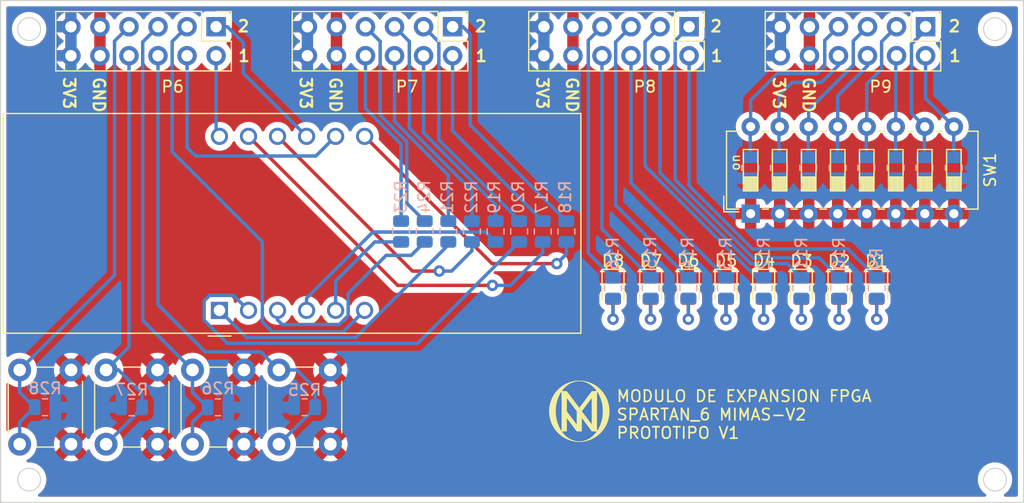
<source format=kicad_pcb>
(kicad_pcb (version 20221018) (generator pcbnew)
  (layers (0 "F.Cu" signal) (31 "B.Cu" signal) (34 "B.Paste" user) (35 "F.Paste" user) (36 "B.SilkS" user "B.Silkscreen") (37 "F.SilkS" user "F.Silkscreen") (38 "B.Mask" user) (39 "F.Mask" user) (44 "Edge.Cuts" user))
  (net 0 "")
  (net 1 "GND")
  (net 2 "Net-(D1-Pad2)")
  (net 3 "Net-(D2-Pad2)")
  (net 4 "Net-(D3-Pad2)")
  (net 5 "Net-(D4-Pad2)")
  (net 6 "Net-(D5-Pad2)")
  (net 7 "Net-(D6-Pad2)")
  (net 8 "Net-(D7-Pad2)")
  (net 9 "Net-(D8-Pad2)")
  (net 10 "/DISPLAY/1P6")
  (net 11 "/DISPLAY/2P6")
  (net 12 "/DISPLAY/3P6")
  (net 13 "/DISPLAY/4P6")
  (net 14 "/PIN_HEADER_8X4/5P6")
  (net 15 "/PIN_HEADER_8X4/6P6")
  (net 16 "/PIN_HEADER_8X4/7P6")
  (net 17 "/PIN_HEADER_8X4/8P6")
  (net 18 "+3V3")
  (net 19 "/DISPLAY/1P7")
  (net 20 "/DISPLAY/2P7")
  (net 21 "/DISPLAY/3P7")
  (net 22 "/DISPLAY/4P7")
  (net 23 "/DISPLAY/5P7")
  (net 24 "/DISPLAY/6P7")
  (net 25 "/DISPLAY/7P7")
  (net 26 "/DISPLAY/8P7")
  (net 27 "/LEDs/1P8")
  (net 28 "/LEDs/2P8")
  (net 29 "/LEDs/3P8")
  (net 30 "/LEDs/4P8")
  (net 31 "/LEDs/5P8")
  (net 32 "/LEDs/6P8")
  (net 33 "/LEDs/7P8")
  (net 34 "/LEDs/8P8")
  (net 35 "/DIP_SWITCH/1P9")
  (net 36 "/DIP_SWITCH/2P9")
  (net 37 "/DIP_SWITCH/3P9")
  (net 38 "/DIP_SWITCH/4P9")
  (net 39 "/DIP_SWITCH/5P9")
  (net 40 "/DIP_SWITCH/6P9")
  (net 41 "/DIP_SWITCH/7P9")
  (net 42 "/DIP_SWITCH/8P9")
  (net 43 "Net-(R17-Pad2)")
  (net 44 "Net-(R18-Pad2)")
  (net 45 "Net-(R19-Pad2)")
  (net 46 "Net-(R20-Pad2)")
  (net 47 "Net-(R21-Pad2)")
  (net 48 "Net-(R22-Pad2)")
  (net 49 "Net-(R23-Pad2)")
  (net 50 "Net-(R24-Pad2)")
  (footprint "LED_SMD:LED_0805_2012Metric" (layer "F.Cu") (at 133.55857 72.22 -90)
    (fp_text reference "D3")
    (fp_text value "LED" hide)
  )
  (footprint "Button_Switch_THT:SW_PUSH_6mm" (layer "F.Cu") (at 69.67 79.35 -90)
    (fp_text reference "SW5" hide)
    (fp_text value "SW_Push" hide)
  )
  (footprint "LED_SMD:LED_0805_2012Metric" (layer "F.Cu") (at 136.854284 72.22 -90)
    (fp_text reference "D2")
    (fp_text value "LED" hide)
  )
  (footprint "LED_SMD:LED_0805_2012Metric" (layer "F.Cu") (at 117.08 72.22 -90)
    (fp_text reference "D8")
    (fp_text value "LED" hide)
  )
  (footprint "Connector_PinHeader_2.54mm:PinHeader_2x06_P2.54mm_Vertical" (layer "F.Cu") (at 144.425 49.29 -90)
    (fp_text reference "J4" hide)
    (fp_text value "P9")
  )
  (footprint "LED_SMD:LED_0805_2012Metric" (layer "F.Cu") (at 140.15 72.22 -90)
    (fp_text reference "D1")
    (fp_text value "LED" hide)
  )
  (footprint "Connector_PinHeader_2.54mm:PinHeader_2x06_P2.54mm_Vertical" (layer "F.Cu") (at 103.045 49.29 -90)
    (fp_text reference "J2" hide)
    (fp_text value "P7")
  )
  (footprint "Button_Switch_THT:SW_DIP_SPSTx08_Slide_6.7x21.88mm_W7.62mm_P2.54mm_LowProfile" (layer "F.Cu") (at 129.12 65.6625 90)
    (fp_text reference "SW1")
    (fp_text value "SW_DIP_x08" hide)
  )
  (footprint "LED_SMD:LED_0805_2012Metric" (layer "F.Cu") (at 130.262856 72.22 -90)
    (fp_text reference "D4")
    (fp_text value "LED" hide)
  )
  (footprint "LED_SMD:LED_0805_2012Metric" (layer "F.Cu") (at 120.375714 72.22 -90)
    (fp_text reference "D7")
    (fp_text value "LED" hide)
  )
  (footprint "Button_Switch_THT:SW_PUSH_6mm" (layer "F.Cu") (at 92.35 79.35 -90)
    (fp_text reference "SW2" hide)
    (fp_text value "SW_Push" hide)
  )
  (footprint "LED_SMD:LED_0805_2012Metric" (layer "F.Cu") (at 126.967142 72.22 -90)
    (fp_text reference "D5")
    (fp_text value "LED" hide)
  )
  (footprint "wao:logo v2" (layer "F.Cu") (at 114.13 82.96)
    (fp_text reference "G***" hide)
    (fp_text value "LOGO" hide)
  )
  (footprint "Button_Switch_THT:SW_PUSH_6mm" (layer "F.Cu") (at 84.79 79.35 -90)
    (fp_text reference "SW3" hide)
    (fp_text value "SW_Push" hide)
  )
  (footprint "Button_Switch_THT:SW_PUSH_6mm" (layer "F.Cu") (at 77.23 79.35 -90)
    (fp_text reference "SW4" hide)
    (fp_text value "SW_Push" hide)
  )
  (footprint "Display_7Segment:CA56-12CGKWA" (layer "F.Cu") (at 82.65 74.13 90)
    (fp_text reference "U1" hide)
    (fp_text value "CA56-12CGKWA" hide)
  )
  (footprint "Connector_PinHeader_2.54mm:PinHeader_2x06_P2.54mm_Vertical" (layer "F.Cu") (at 123.735 49.29 -90)
    (fp_text reference "J3" hide)
    (fp_text value "P8")
  )
  (footprint "LED_SMD:LED_0805_2012Metric" (layer "F.Cu") (at 123.671428 72.22 -90)
    (fp_text reference "D6")
    (fp_text value "LED" hide)
  )
  (footprint "Connector_PinHeader_2.54mm:PinHeader_2x06_P2.54mm_Vertical" (layer "F.Cu") (at 82.355 49.29 -90)
    (fp_text reference "J1" hide)
    (fp_text value "P6")
  )
  (footprint "Resistor_SMD:R_0805_2012Metric" (layer "B.Cu") (at 98.54 67.2225 -90)
    (fp_text reference "R23")
    (fp_text value "1K" hide)
  )
  (footprint "Resistor_SMD:R_0805_2012Metric" (layer "B.Cu") (at 110.934284 67.2225 -90)
    (fp_text reference "R17")
    (fp_text value "1K" hide)
  )
  (footprint "Resistor_SMD:R_0805_2012Metric" (layer "B.Cu") (at 140.15 72.18 -90)
    (fp_text reference "R9")
    (fp_text value "2.2K" hide)
  )
  (footprint "Resistor_SMD:R_0805_2012Metric" (layer "B.Cu") (at 141.8 61.6425 90)
    (fp_text reference "R6" hide)
    (fp_text value "1K" hide)
  )
  (footprint "Resistor_SMD:R_0805_2012Metric" (layer "B.Cu") (at 134.16 61.6425 90)
    (fp_text reference "R3" hide)
    (fp_text value "1K" hide)
  )
  (footprint "Resistor_SMD:R_0805_2012Metric" (layer "B.Cu") (at 133.55857 72.18 -90)
    (fp_text reference "R11")
    (fp_text value "2.2K" hide)
  )
  (footprint "Resistor_SMD:R_0805_2012Metric" (layer "B.Cu") (at 67.39 82.61 180)
    (fp_text reference "R28")
    (fp_text value "1K" hide)
  )
  (footprint "Resistor_SMD:R_0805_2012Metric" (layer "B.Cu") (at 130.262856 72.18 -90)
    (fp_text reference "R12")
    (fp_text value "2.2K" hide)
  )
  (footprint "Resistor_SMD:R_0805_2012Metric" (layer "B.Cu") (at 129.08 61.6425 90)
    (fp_text reference "R1" hide)
    (fp_text value "1K" hide)
  )
  (footprint "Resistor_SMD:R_0805_2012Metric" (layer "B.Cu") (at 104.737142 67.2225 -90)
    (fp_text reference "R22")
    (fp_text value "1K" hide)
  )
  (footprint "Resistor_SMD:R_0805_2012Metric" (layer "B.Cu") (at 106.802856 67.2225 -90)
    (fp_text reference "R19")
    (fp_text value "1K" hide)
  )
  (footprint "Resistor_SMD:R_0805_2012Metric" (layer "B.Cu") (at 108.86857 67.2225 -90)
    (fp_text reference "R20")
    (fp_text value "1K" hide)
  )
  (footprint "Resistor_SMD:R_0805_2012Metric" (layer "B.Cu") (at 126.967142 72.18 -90)
    (fp_text reference "R13")
    (fp_text value "2.2K" hide)
  )
  (footprint "Resistor_SMD:R_0805_2012Metric" (layer "B.Cu") (at 144.32 61.6425 90)
    (fp_text reference "R7" hide)
    (fp_text value "1K" hide)
  )
  (footprint "Resistor_SMD:R_0805_2012Metric" (layer "B.Cu") (at 74.97 82.62)
    (fp_text reference "R27")
    (fp_text value "1K" hide)
  )
  (footprint "Resistor_SMD:R_0805_2012Metric" (layer "B.Cu") (at 100.605714 67.2225 -90)
    (fp_text reference "R24")
    (fp_text value "1K" hide)
  )
  (footprint "Resistor_SMD:R_0805_2012Metric" (layer "B.Cu") (at 123.671428 72.18 -90)
    (fp_text reference "R14")
    (fp_text value "2.2K" hide)
  )
  (footprint "Resistor_SMD:R_0805_2012Metric" (layer "B.Cu") (at 117.08 72.18 -90)
    (fp_text reference "R16")
    (fp_text value "2.2K" hide)
  )
  (footprint "Resistor_SMD:R_0805_2012Metric" (layer "B.Cu") (at 102.671428 67.2225 -90)
    (fp_text reference "R21")
    (fp_text value "1K" hide)
  )
  (footprint "Resistor_SMD:R_0805_2012Metric" (layer "B.Cu") (at 139.24 61.6425 90)
    (fp_text reference "R5" hide)
    (fp_text value "1K" hide)
  )
  (footprint "Resistor_SMD:R_0805_2012Metric" (layer "B.Cu") (at 131.6 61.6425 90)
    (fp_text reference "R2" hide)
    (fp_text value "1K" hide)
  )
  (footprint "Resistor_SMD:R_0805_2012Metric" (layer "B.Cu") (at 136.854284 72.18 -90)
    (fp_text reference "R10")
    (fp_text value "2.2K" hide)
  )
  (footprint "Resistor_SMD:R_0805_2012Metric" (layer "B.Cu") (at 120.375714 72.18 -90)
    (fp_text reference "R15")
    (fp_text value "2.2K" hide)
  )
  (footprint "Resistor_SMD:R_0805_2012Metric" (layer "B.Cu") (at 90.1 82.61)
    (fp_text reference "R25")
    (fp_text value "1K" hide)
  )
  (footprint "Resistor_SMD:R_0805_2012Metric" (layer "B.Cu") (at 82.5175 82.62 180)
    (fp_text reference "R26")
    (fp_text value "1K" hide)
  )
  (footprint "Resistor_SMD:R_0805_2012Metric" (layer "B.Cu") (at 113 67.2225 -90)
    (fp_text reference "R18")
    (fp_text value "1K" hide)
  )
  (footprint "Resistor_SMD:R_0805_2012Metric" (layer "B.Cu") (at 146.89 61.6425 90)
    (fp_text reference "R8" hide)
    (fp_text value "1K" hide)
  )
  (footprint "Resistor_SMD:R_0805_2012Metric" (layer "B.Cu") (at 136.73 61.6425 90)
    (fp_text reference "R4" hide)
    (fp_text value "1K" hide)
  )
  (gr_rect locked (start 63.5 47) (end 153 90.95) (stroke (width 0.1)) (fill none) (layer "Edge.Cuts"))
  (gr_circle locked (center 66 88.95) (end 66 87.95) (stroke (width 0.1)) (fill none) (layer "Edge.Cuts"))
  (gr_circle locked (center 150.5 88.95) (end 150.5 87.95) (stroke (width 0.1)) (fill none) (layer "Edge.Cuts"))
  (gr_circle locked (center 66 49.5) (end 66 48.5) (stroke (width 0.1)) (fill none) (layer "Edge.Cuts"))
  (gr_circle locked (center 150.5 49.5) (end 150.5 48.5) (stroke (width 0.1)) (fill none) (layer "Edge.Cuts"))
  (gr_text "3V3" (at 110.9 55.107143 270) (layer "F.SilkS") (effects (font (size 1 1) (thickness 0.2))))
  (gr_text "2" (at 146.95 49.25) (layer "F.SilkS") (effects (font (size 1 1) (thickness 0.2))))
  (gr_text "MODULO DE EXPANSION FPGA\nSPARTAN_6 MIMAS-V2\nPROTOTIPO V1" (at 117.31 85.45) (layer "F.SilkS") (effects (font (size 1 1)) (justify left bottom)))
  (gr_text "1" (at 147 51.85) (layer "F.SilkS") (effects (font (size 1 1) (thickness 0.2))))
  (gr_text "GND" (at 92.8 55.25 270) (layer "F.SilkS") (effects (font (size 1 1) (thickness 0.2))))
  (gr_text "GND" (at 113.5 55.25 270) (layer "F.SilkS") (effects (font (size 1 1) (thickness 0.2))))
  (gr_text "GND" (at 72.1 55.25 270) (layer "F.SilkS") (effects (font (size 1 1) (thickness 0.2))))
  (gr_text "3V3" (at 90.2 55.107143 270) (layer "F.SilkS") (effects (font (size 1 1) (thickness 0.2))))
  (gr_text "3V3" (at 131.6 55.107143 270) (layer "F.SilkS") (effects (font (size 1 1) (thickness 0.2))))
  (gr_text "2" (at 84.75 49.25) (layer "F.SilkS") (effects (font (size 1 1) (thickness 0.2))))
  (gr_text "1" (at 84.8 51.85) (layer "F.SilkS") (effects (font (size 1 1) (thickness 0.2))))
  (gr_text "1" (at 126.15 51.85) (layer "F.SilkS") (effects (font (size 1 1) (thickness 0.2))))
  (gr_text "2" (at 126.1 49.25) (layer "F.SilkS") (effects (font (size 1 1) (thickness 0.2))))
  (gr_text "3V3" (at 69.5 55.107143 270) (layer "F.SilkS") (effects (font (size 1 1) (thickness 0.2))))
  (gr_text "1" (at 105.55 51.85) (layer "F.SilkS") (effects (font (size 1 1) (thickness 0.2))))
  (gr_text "2" (at 105.5 49.25) (layer "F.SilkS") (effects (font (size 1 1) (thickness 0.2))))
  (gr_text "GND" (at 134.2 55.25 270) (layer "F.SilkS") (effects (font (size 1 1) (thickness 0.2))))
  (segment locked (start 140.15 73.1575) (end 140.15 74.9) (width 0.3) (layer "F.Cu") (net 2))
  (via locked (at 140.15 74.9) (size 1) (drill 0.5) (layers "F.Cu" "B.Cu") (net 2))
  (segment locked (start 140.15 74.9) (end 140.15 73.0925) (width 0.3) (layer "B.Cu") (net 2))
  (segment locked (start 136.86 73.163216) (end 136.854284 73.1575) (width 0.3) (layer "F.Cu") (net 3))
  (segment locked (start 136.86 74.9) (end 136.86 73.163216) (width 0.3) (layer "F.Cu") (net 3))
  (via locked (at 136.86 74.9) (size 1) (drill 0.5) (layers "F.Cu" "B.Cu") (net 3))
  (segment locked (start 136.854284 74.844284) (end 136.86 74.85) (width 0.3) (layer "B.Cu") (net 3))
  (segment locked (start 136.854284 73.0925) (end 136.854284 74.844284) (width 0.3) (layer "B.Cu") (net 3))
  (segment locked (start 133.55857 74.87857) (end 133.56 74.88) (width 0.3) (layer "F.Cu") (net 4))
  (segment locked (start 133.55857 73.1575) (end 133.55857 74.87857) (width 0.3) (layer "F.Cu") (net 4))
  (via locked (at 133.56 74.9) (size 1) (drill 0.5) (layers "F.Cu" "B.Cu") (net 4))
  (segment locked (start 133.56 73.09393) (end 133.55857 73.0925) (width 0.3) (layer "B.Cu") (net 4))
  (segment locked (start 133.56 74.9) (end 133.56 73.09393) (width 0.3) (layer "B.Cu") (net 4))
  (segment locked (start 130.262856 73.1575) (end 130.262856 74.897144) (width 0.3) (layer "F.Cu") (net 5))
  (segment locked (start 130.262856 74.897144) (end 130.26 74.9) (width 0.3) (layer "F.Cu") (net 5))
  (via locked (at 130.26 74.9) (size 1) (drill 0.5) (layers "F.Cu" "B.Cu") (net 5))
  (segment locked (start 130.262856 73.0925) (end 130.262856 74.897144) (width 0.3) (layer "B.Cu") (net 5))
  (segment locked (start 130.262856 74.897144) (end 130.26 74.9) (width 0.3) (layer "B.Cu") (net 5))
  (segment locked (start 126.967142 74.892858) (end 126.96 74.9) (width 0.3) (layer "F.Cu") (net 6))
  (segment locked (start 126.967142 73.1575) (end 126.967142 74.892858) (width 0.3) (layer "F.Cu") (net 6))
  (via locked (at 126.96 74.9) (size 1) (drill 0.5) (layers "F.Cu" "B.Cu") (net 6))
  (segment locked (start 126.96 74.9) (end 126.96 73.099642) (width 0.3) (layer "B.Cu") (net 6))
  (segment locked (start 126.96 73.099642) (end 126.967142 73.0925) (width 0.3) (layer "B.Cu") (net 6))
  (segment locked (start 123.67 73.158928) (end 123.671428 73.1575) (width 0.3) (layer "F.Cu") (net 7))
  (segment locked (start 123.67 74.9) (end 123.67 73.158928) (width 0.3) (layer "F.Cu") (net 7))
  (via locked (at 123.67 74.9) (size 1) (drill 0.5) (layers "F.Cu" "B.Cu") (net 7))
  (segment locked (start 123.671428 73.0925) (end 123.671428 74.828572) (width 0.3) (layer "B.Cu") (net 7))
  (segment locked (start 123.671428 74.828572) (end 123.67 74.83) (width 0.3) (layer "B.Cu") (net 7))
  (segment locked (start 120.375714 74.884286) (end 120.36 74.9) (width 0.3) (layer "F.Cu") (net 8))
  (segment locked (start 120.375714 73.1575) (end 120.375714 74.884286) (width 0.3) (layer "F.Cu") (net 8))
  (via locked (at 120.36 74.9) (size 1) (drill 0.5) (layers "F.Cu" "B.Cu") (net 8))
  (segment locked (start 120.36 74.9) (end 120.36 73.108214) (width 0.3) (layer "B.Cu") (net 8))
  (segment locked (start 120.36 73.108214) (end 120.375714 73.0925) (width 0.3) (layer "B.Cu") (net 8))
  (segment locked (start 117.08 74.9) (end 117.08 73.1575) (width 0.3) (layer "F.Cu") (net 9))
  (via locked (at 117.08 74.9) (size 1) (drill 0.5) (layers "F.Cu" "B.Cu") (net 9))
  (segment locked (start 117.08 73.0925) (end 117.08 74.9) (width 0.3) (layer "B.Cu") (net 9))
  (segment locked (start 84.74 50.69) (end 84.74 53.36) (width 0.3) (layer "B.Cu") (net 10))
  (segment locked (start 82.355 49.29) (end 83.34 49.29) (width 0.3) (layer "B.Cu") (net 10))
  (segment locked (start 83.34 49.29) (end 84.74 50.69) (width 0.3) (layer "B.Cu") (net 10))
  (segment locked (start 84.74 53.36) (end 90.27 58.89) (width 0.3) (layer "B.Cu") (net 10))
  (segment locked (start 82.355 51.83) (end 82.355 58.595) (width 0.3) (layer "B.Cu") (net 11))
  (segment locked (start 82.355 58.595) (end 82.65 58.89) (width 0.3) (layer "B.Cu") (net 11))
  (segment locked (start 78.51 60.24) (end 78.51 50.595) (width 0.3) (layer "B.Cu") (net 12))
  (segment locked (start 93.47 76.01) (end 87.27 76.01) (width 0.3) (layer "B.Cu") (net 12))
  (segment locked (start 86.4 68.13) (end 78.51 60.24) (width 0.3) (layer "B.Cu") (net 12))
  (segment locked (start 95.35 74.13) (end 93.47 76.01) (width 0.3) (layer "B.Cu") (net 12))
  (segment locked (start 86.4 75.14) (end 86.4 68.13) (width 0.3) (layer "B.Cu") (net 12))
  (segment locked (start 87.27 76.01) (end 86.4 75.14) (width 0.3) (layer "B.Cu") (net 12))
  (segment locked (start 78.51 50.595) (end 79.815 49.29) (width 0.3) (layer "B.Cu") (net 12))
  (segment locked (start 79.815 59.865) (end 80.56 60.61) (width 0.3) (layer "B.Cu") (net 13))
  (segment locked (start 91.09 60.61) (end 92.81 58.89) (width 0.3) (layer "B.Cu") (net 13))
  (segment locked (start 79.815 51.83) (end 79.815 59.865) (width 0.3) (layer "B.Cu") (net 13))
  (segment locked (start 80.56 60.61) (end 91.09 60.61) (width 0.3) (layer "B.Cu") (net 13))
  (segment locked (start 77.275 49.29) (end 75.935 50.63) (width 0.3) (layer "B.Cu") (net 14))
  (segment locked (start 75.935 50.63) (end 75.935 74.995) (width 0.3) (layer "B.Cu") (net 14))
  (segment locked (start 80.29 83.935) (end 81.605 82.62) (width 0.3) (layer "B.Cu") (net 14))
  (segment locked (start 80.29 81.305) (end 81.605 82.62) (width 0.3) (layer "B.Cu") (net 14))
  (segment locked (start 80.29 79.35) (end 80.29 81.305) (width 0.3) (layer "B.Cu") (net 14))
  (segment locked (start 75.935 74.995) (end 80.29 79.35) (width 0.3) (layer "B.Cu") (net 14))
  (segment locked (start 80.29 85.85) (end 80.29 83.935) (width 0.3) (layer "B.Cu") (net 14))
  (segment locked (start 89.41 79.35) (end 91.0125 80.9525) (width 0.3) (layer "B.Cu") (net 15))
  (segment locked (start 81.41 77.77) (end 86.27 77.77) (width 0.3) (layer "B.Cu") (net 15))
  (segment locked (start 86.27 77.77) (end 87.85 79.35) (width 0.3) (layer "B.Cu") (net 15))
  (segment locked (start 77.275 51.83) (end 77.275 73.635) (width 0.3) (layer "B.Cu") (net 15))
  (segment locked (start 87.85 79.35) (end 89.41 79.35) (width 0.3) (layer "B.Cu") (net 15))
  (segment locked (start 91.0125 80.9525) (end 91.0125 82.61) (width 0.3) (layer "B.Cu") (net 15))
  (segment locked (start 87.85 85.85) (end 91.0125 82.6875) (width 0.3) (layer "B.Cu") (net 15))
  (segment locked (start 77.275 73.635) (end 81.41 77.77) (width 0.3) (layer "B.Cu") (net 15))
  (segment locked (start 91.0125 82.6875) (end 91.0125 82.61) (width 0.3) (layer "B.Cu") (net 15))
  (segment locked (start 65.17 81.3025) (end 66.4775 82.61) (width 0.3) (layer "B.Cu") (net 16))
  (segment locked (start 65.17 79.35) (end 73.47 71.05) (width 0.3) (layer "B.Cu") (net 16))
  (segment locked (start 73.47 71.05) (end 73.47 50.555) (width 0.3) (layer "B.Cu") (net 16))
  (segment locked (start 65.17 85.85) (end 65.17 83.9175) (width 0.3) (layer "B.Cu") (net 16))
  (segment locked (start 73.47 50.555) (end 74.735 49.29) (width 0.3) (layer "B.Cu") (net 16))
  (segment locked (start 65.17 83.9175) (end 66.4775 82.61) (width 0.3) (layer "B.Cu") (net 16))
  (segment locked (start 65.17 79.35) (end 65.17 81.3025) (width 0.3) (layer "B.Cu") (net 16))
  (segment locked (start 72.73 79.35) (end 73.82 79.35) (width 0.3) (layer "B.Cu") (net 17))
  (segment locked (start 72.73 85.85) (end 75.8825 82.6975) (width 0.3) (layer "B.Cu") (net 17))
  (segment locked (start 74.735 51.83) (end 74.735 77.345) (width 0.3) (layer "B.Cu") (net 17))
  (segment locked (start 75.8825 81.4125) (end 75.8825 82.62) (width 0.3) (layer "B.Cu") (net 17))
  (segment locked (start 73.82 79.35) (end 75.8825 81.4125) (width 0.3) (layer "B.Cu") (net 17))
  (segment locked (start 74.735 77.345) (end 72.73 79.35) (width 0.3) (layer "B.Cu") (net 17))
  (segment locked (start 75.8825 82.6975) (end 75.8825 82.62) (width 0.3) (layer "B.Cu") (net 17))
  (segment locked (start 104.58 57.89) (end 113 66.31) (width 0.3) (layer "B.Cu") (net 19))
  (segment locked (start 104.58 49.93) (end 104.58 57.89) (width 0.3) (layer "B.Cu") (net 19))
  (segment locked (start 103.94 49.29) (end 104.58 49.93) (width 0.3) (layer "B.Cu") (net 19))
  (segment locked (start 103.045 49.29) (end 103.94 49.29) (width 0.3) (layer "B.Cu") (net 19))
  (segment locked (start 103.045 58.420716) (end 110.934284 66.31) (width 0.3) (layer "B.Cu") (net 20))
  (segment locked (start 103.045 51.83) (end 103.045 58.420716) (width 0.3) (layer "B.Cu") (net 20))
  (segment locked (start 101.845 59.207894) (end 108.86857 66.231464) (width 0.3) (layer "B.Cu") (net 21))
  (segment locked (start 101.845 50.63) (end 101.845 59.207894) (width 0.3) (layer "B.Cu") (net 21))
  (segment locked (start 108.86857 66.231464) (end 108.86857 66.31) (width 0.3) (layer "B.Cu") (net 21))
  (segment locked (start 100.505 49.29) (end 101.845 50.63) (width 0.3) (layer "B.Cu") (net 21))
  (segment locked (start 106.802856 64.872856) (end 106.802856 66.31) (width 0.3) (layer "B.Cu") (net 22))
  (segment locked (start 100.505 58.575) (end 106.802856 64.872856) (width 0.3) (layer "B.Cu") (net 22))
  (segment locked (start 100.505 51.83) (end 100.505 58.575) (width 0.3) (layer "B.Cu") (net 22))
  (segment locked (start 97.965 49.29) (end 99.26 50.585) (width 0.3) (layer "B.Cu") (net 23))
  (segment locked (start 99.26 50.585) (end 99.26 58.168682) (width 0.3) (layer "B.Cu") (net 23))
  (segment locked (start 99.26 58.168682) (end 104.737142 63.645824) (width 0.3) (layer "B.Cu") (net 23))
  (segment locked (start 104.737142 63.645824) (end 104.737142 66.31) (width 0.3) (layer "B.Cu") (net 23))
  (segment locked (start 97.965 57.580788) (end 102.671428 62.287216) (width 0.3) (layer "B.Cu") (net 24))
  (segment locked (start 97.965 51.83) (end 97.965 57.580788) (width 0.3) (layer "B.Cu") (net 24))
  (segment locked (start 102.671428 62.287216) (end 102.671428 66.31) (width 0.3) (layer "B.Cu") (net 24))
  (segment locked (start 99.04 59.362894) (end 99.04 64.744286) (width 0.3) (layer "B.Cu") (net 25))
  (segment locked (start 96.71 50.575) (end 96.71 57.032894) (width 0.3) (layer "B.Cu") (net 25))
  (segment locked (start 95.425 49.29) (end 96.71 50.575) (width 0.3) (layer "B.Cu") (net 25))
  (segment locked (start 96.71 57.032894) (end 99.04 59.362894) (width 0.3) (layer "B.Cu") (net 25))
  (segment locked (start 99.04 64.744286) (end 100.605714 66.31) (width 0.3) (layer "B.Cu") (net 25))
  (segment locked (start 98.54 59.57) (end 98.54 66.31) (width 0.3) (layer "B.Cu") (net 26))
  (segment locked (start 95.425 56.455) (end 98.54 59.57) (width 0.3) (layer "B.Cu") (net 26))
  (segment locked (start 95.425 51.83) (end 95.425 56.455) (width 0.3) (layer "B.Cu") (net 26))
  (segment locked (start 122.52 62.705788) (end 129.344212 69.53) (width 0.3) (layer "B.Cu") (net 27))
  (segment locked (start 123.735 49.29) (end 122.52 50.505) (width 0.3) (layer "B.Cu") (net 27))
  (segment locked (start 122.52 50.505) (end 122.52 62.705788) (width 0.3) (layer "B.Cu") (net 27))
  (segment locked (start 129.344212 69.53) (end 135.116784 69.53) (width 0.3) (layer "B.Cu") (net 27))
  (segment locked (start 135.116784 69.53) (end 136.854284 71.2675) (width 0.3) (layer "B.Cu") (net 27))
  (segment locked (start 123.735 63.213682) (end 129.281318 68.76) (width 0.3) (layer "B.Cu") (net 28))
  (segment locked (start 129.281318 68.76) (end 137.6425 68.76) (width 0.3) (layer "B.Cu") (net 28))
  (segment locked (start 123.735 51.83) (end 123.735 63.213682) (width 0.3) (layer "B.Cu") (net 28))
  (segment locked (start 137.6425 68.76) (end 140.15 71.2675) (width 0.3) (layer "B.Cu") (net 28))
  (segment locked (start 129.6675 71.2675) (end 130.262856 71.2675) (width 0.3) (layer "B.Cu") (net 29))
  (segment locked (start 119.88 61.48) (end 129.6675 71.2675) (width 0.3) (layer "B.Cu") (net 29))
  (segment locked (start 119.88 50.605) (end 119.88 61.48) (width 0.3) (layer "B.Cu") (net 29))
  (segment locked (start 121.195 49.29) (end 119.88 50.605) (width 0.3) (layer "B.Cu") (net 29))
  (segment locked (start 129.137106 70.03) (end 132.32107 70.03) (width 0.3) (layer "B.Cu") (net 30))
  (segment locked (start 121.195 62.087894) (end 129.137106 70.03) (width 0.3) (layer "B.Cu") (net 30))
  (segment locked (start 121.195 51.83) (end 121.195 62.087894) (width 0.3) (layer "B.Cu") (net 30))
  (segment locked (start 132.32107 70.03) (end 133.55857 71.2675) (width 0.3) (layer "B.Cu") (net 30))
  (segment locked (start 117.315 64.911072) (end 123.671428 71.2675) (width 0.3) (layer "B.Cu") (net 31))
  (segment locked (start 117.315 50.63) (end 117.315 64.911072) (width 0.3) (layer "B.Cu") (net 31))
  (segment locked (start 118.655 49.29) (end 117.315 50.63) (width 0.3) (layer "B.Cu") (net 31))
  (segment locked (start 118.655 51.83) (end 118.655 62.955358) (width 0.3) (layer "B.Cu") (net 32))
  (segment locked (start 118.655 62.955358) (end 126.967142 71.2675) (width 0.3) (layer "B.Cu") (net 32))
  (segment locked (start 114.915 50.49) (end 114.915 69.1025) (width 0.3) (layer "B.Cu") (net 33))
  (segment locked (start 114.915 69.1025) (end 117.08 71.2675) (width 0.3) (layer "B.Cu") (net 33))
  (segment locked (start 116.115 49.29) (end 114.915 50.49) (width 0.3) (layer "B.Cu") (net 33))
  (segment locked (start 116.115 51.83) (end 116.115 67.006786) (width 0.3) (layer "B.Cu") (net 34))
  (segment locked (start 116.115 67.006786) (end 120.375714 71.2675) (width 0.3) (layer "B.Cu") (net 34))
  (segment locked (start 144.425 49.29) (end 144.425 49.575) (width 0.3) (layer "B.Cu") (net 35))
  (segment locked (start 143.19 56.8725) (end 144.36 58.0425) (width 0.3) (layer "B.Cu") (net 35))
  (segment locked (start 144.32 60.73) (end 144.32 58.0825) (width 0.3) (layer "B.Cu") (net 35))
  (segment locked (start 143.19 50.81) (end 143.19 56.8725) (width 0.3) (layer "B.Cu") (net 35))
  (segment locked (start 144.425 49.575) (end 143.19 50.81) (width 0.3) (layer "B.Cu") (net 35))
  (segment locked (start 144.32 58.0825) (end 144.36 58.0425) (width 0.3) (layer "B.Cu") (net 35))
  (segment locked (start 146.89 58.0525) (end 146.9 58.0425) (width 0.3) (layer "B.Cu") (net 36))
  (segment locked (start 146.89 60.73) (end 146.89 58.0525) (width 0.3) (layer "B.Cu") (net 36))
  (segment locked (start 144.425 51.83) (end 144.425 55.5675) (width 0.3) (layer "B.Cu") (net 36))
  (segment locked (start 144.425 55.5675) (end 146.9 58.0425) (width 0.3) (layer "B.Cu") (net 36))
  (segment locked (start 140.58 53) (end 140.58 50.595) (width 0.3) (layer "B.Cu") (net 37))
  (segment locked (start 139.24 60.73) (end 139.24 58.0825) (width 0.3) (layer "B.Cu") (net 37))
  (segment locked (start 139.28 58.0425) (end 139.28 54.3) (width 0.3) (layer "B.Cu") (net 37))
  (segment locked (start 139.24 58.0825) (end 139.28 58.0425) (width 0.3) (layer "B.Cu") (net 37))
  (segment locked (start 139.28 54.3) (end 140.58 53) (width 0.3) (layer "B.Cu") (net 37))
  (segment locked (start 140.58 50.595) (end 141.885 49.29) (width 0.3) (layer "B.Cu") (net 37))
  (segment locked (start 141.82 51.895) (end 141.885 51.83) (width 0.3) (layer "B.Cu") (net 38))
  (segment locked (start 141.82 58.0425) (end 141.82 51.895) (width 0.3) (layer "B.Cu") (net 38))
  (segment locked (start 141.8 60.73) (end 141.8 58.0625) (width 0.3) (layer "B.Cu") (net 38))
  (segment locked (start 141.8 58.0625) (end 141.82 58.0425) (width 0.3) (layer "B.Cu") (net 38))
  (segment locked (start 134.16 58.0825) (end 134.2 58.0425) (width 0.3) (layer "B.Cu") (net 39))
  (segment locked (start 138.1 52.67) (end 138.1 50.535) (width 0.3) (layer "B.Cu") (net 39))
  (segment locked (start 134.2 58.0425) (end 134.2 56.57) (width 0.3) (layer "B.Cu") (net 39))
  (segment locked (start 134.16 60.73) (end 134.16 58.0825) (width 0.3) (layer "B.Cu") (net 39))
  (segment locked (start 134.2 56.57) (end 138.1 52.67) (width 0.3) (layer "B.Cu") (net 39))
  (segment locked (start 138.1 50.535) (end 139.345 49.29) (width 0.3) (layer "B.Cu") (net 39))
  (segment locked (start 139.345 52.715) (end 139.345 51.83) (width 0.3) (layer "B.Cu") (net 40))
  (segment locked (start 136.73 60.73) (end 136.73 58.0525) (width 0.3) (layer "B.Cu") (net 40))
  (segment locked (start 136.74 55.32) (end 139.345 52.715) (width 0.3) (layer "B.Cu") (net 40))
  (segment locked (start 136.73 58.0525) (end 136.74 58.0425) (width 0.3) (layer "B.Cu") (net 40))
  (segment locked (start 136.74 58.0425) (end 136.74 55.32) (width 0.3) (layer "B.Cu") (net 40))
  (segment locked (start 129.08 60.73) (end 129.08 58.0825) (width 0.3) (layer "B.Cu") (net 41))
  (segment locked (start 129.08 58.0825) (end 129.12 58.0425) (width 0.3) (layer "B.Cu") (net 41))
  (segment locked (start 134.93 53.4) (end 135.605 52.725) (width 0.3) (layer "B.Cu") (net 41))
  (segment locked (start 129.12 55.73) (end 131.45 53.4) (width 0.3) (layer "B.Cu") (net 41))
  (segment locked (start 135.605 52.725) (end 135.605 50.49) (width 0.3) (layer "B.Cu") (net 41))
  (segment locked (start 131.45 53.4) (end 134.93 53.4) (width 0.3) (layer "B.Cu") (net 41))
  (segment locked (start 135.605 50.49) (end 136.805 49.29) (width 0.3) (layer "B.Cu") (net 41))
  (segment locked (start 129.12 58.0425) (end 129.12 55.73) (width 0.3) (layer "B.Cu") (net 41))
  (segment locked (start 131.6 55.31) (end 132.74 54.17) (width 0.3) (layer "B.Cu") (net 42))
  (segment locked (start 136.805 52.675) (end 136.805 51.83) (width 0.3) (layer "B.Cu") (net 42))
  (segment locked (start 135.31 54.17) (end 136.805 52.675) (width 0.3) (layer "B.Cu") (net 42))
  (segment locked (start 131.6 60.73) (end 131.6 55.31) (width 0.3) (layer "B.Cu") (net 42))
  (segment locked (start 132.74 54.17) (end 135.31 54.17) (width 0.3) (layer "B.Cu") (net 42))
  (segment locked (start 98.24 71.94) (end 85.19 58.89) (width 0.3) (layer "F.Cu") (net 43))
  (segment locked (start 106.53 71.94) (end 98.24 71.94) (width 0.3) (layer "F.Cu") (net 43))
  (via locked (at 106.53 71.94) (size 1) (drill 0.5) (layers "F.Cu" "B.Cu") (net 43))
  (segment locked (start 110.934284 68.135) (end 110.934284 69.095716) (width 0.3) (layer "B.Cu") (net 43))
  (segment locked (start 108.09 71.94) (end 106.53 71.94) (width 0.3) (layer "B.Cu") (net 43))
  (segment locked (start 110.934284 69.095716) (end 108.46 71.57) (width 0.3) (layer "B.Cu") (net 43))
  (segment locked (start 108.46 71.57) (end 108.09 71.94) (width 0.3) (layer "B.Cu") (net 43))
  (segment locked (start 106.5 70.04) (end 95.35 58.89) (width 0.3) (layer "F.Cu") (net 44))
  (segment locked (start 112.16 70.04) (end 106.5 70.04) (width 0.3) (layer "F.Cu") (net 44))
  (via locked (at 112.16 70.04) (size 1) (drill 0.5) (layers "F.Cu" "B.Cu") (net 44))
  (segment locked (start 113 68.135) (end 113 69.2) (width 0.3) (layer "B.Cu") (net 44))
  (segment locked (start 113 69.2) (end 112.16 70.04) (width 0.3) (layer "B.Cu") (net 44))
  (segment locked (start 90.27 74.13) (end 90.27 73.06934) (width 0.3) (layer "B.Cu") (net 45))
  (segment locked (start 105.940356 67.2725) (end 106.802856 68.135) (width 0.3) (layer "B.Cu") (net 45))
  (segment locked (start 90.27 73.06934) (end 96.06684 67.2725) (width 0.3) (layer "B.Cu") (net 45))
  (segment locked (start 96.06684 67.2725) (end 105.940356 67.2725) (width 0.3) (layer "B.Cu") (net 45))
  (segment locked (start 83.33 77.01) (end 99.99357 77.01) (width 0.3) (layer "B.Cu") (net 46))
  (segment locked (start 85.19 74.13) (end 83.88 72.82) (width 0.3) (layer "B.Cu") (net 46))
  (segment locked (start 83.88 72.82) (end 81.79 72.82) (width 0.3) (layer "B.Cu") (net 46))
  (segment locked (start 81.31 73.3) (end 81.31 74.99) (width 0.3) (layer "B.Cu") (net 46))
  (segment locked (start 99.99357 77.01) (end 108.86857 68.135) (width 0.3) (layer "B.Cu") (net 46))
  (segment locked (start 81.31 74.99) (end 83.33 77.01) (width 0.3) (layer "B.Cu") (net 46))
  (segment locked (start 81.79 72.82) (end 81.31 73.3) (width 0.3) (layer "B.Cu") (net 46))
  (segment locked (start 85.03 76.51) (end 94.56 76.51) (width 0.3) (layer "B.Cu") (net 47))
  (segment locked (start 94.56 76.51) (end 102.671428 68.398572) (width 0.3) (layer "B.Cu") (net 47))
  (segment locked (start 82.65 74.13) (end 85.03 76.51) (width 0.3) (layer "B.Cu") (net 47))
  (segment locked (start 102.671428 68.398572) (end 102.671428 68.135) (width 0.3) (layer "B.Cu") (net 47))
  (segment locked (start 101.88 70.69) (end 99.53 70.69) (width 0.3) (layer "F.Cu") (net 48))
  (segment locked (start 99.53 70.69) (end 87.73 58.89) (width 0.3) (layer "F.Cu") (net 48))
  (via locked (at 101.88 70.69) (size 1) (drill 0.5) (layers "F.Cu" "B.Cu") (net 48))
  (segment locked (start 104.737142 68.912858) (end 103.03 70.62) (width 0.3) (layer "B.Cu") (net 48))
  (segment locked (start 102.96 70.69) (end 101.88 70.69) (width 0.3) (layer "B.Cu") (net 48))
  (segment locked (start 103.03 70.62) (end 102.96 70.69) (width 0.3) (layer "B.Cu") (net 48))
  (segment locked (start 104.737142 68.135) (end 104.737142 68.912858) (width 0.3) (layer "B.Cu") (net 48))
  (segment locked (start 96.245 68.135) (end 98.54 68.135) (width 0.3) (layer "B.Cu") (net 49))
  (segment locked (start 92.81 71.57) (end 96.245 68.135) (width 0.3) (layer "B.Cu") (net 49))
  (segment locked (start 92.81 74.13) (end 92.81 71.57) (width 0.3) (layer "B.Cu") (net 49))
  (segment locked (start 93.13 75.37) (end 93.91 74.59) (width 0.3) (layer "B.Cu") (net 50))
  (segment locked (start 93.91 72.64) (end 97.24 69.31) (width 0.3) (layer "B.Cu") (net 50))
  (segment locked (start 99.430714 69.31) (end 100.605714 68.135) (width 0.3) (layer "B.Cu") (net 50))
  (segment locked (start 87.73 74.13) (end 87.73 74.96) (width 0.3) (layer "B.Cu") (net 50))
  (segment locked (start 97.24 69.31) (end 99.430714 69.31) (width 0.3) (layer "B.Cu") (net 50))
  (segment locked (start 93.91 74.59) (end 93.91 72.64) (width 0.3) (layer "B.Cu") (net 50))
  (segment locked (start 88.14 75.37) (end 93.13 75.37) (width 0.3) (layer "B.Cu") (net 50))
  (segment locked (start 87.73 74.96) (end 88.14 75.37) (width 0.3) (layer "B.Cu") (net 50))
  (zone locked (net 1) (net_name "GND") (layer "F.Cu") (connect_pads (clearance 0.508)) (min_thickness 0.254) (fill yes (thermal_gap 0.508) (thermal_bridge_width 1))
    (polygon (pts (xy 152.95 90.9) (xy 63.55 90.9) (xy 63.55 47.05) (xy 152.95 47.05)))
  )
  (zone locked (net 18) (net_name "+3V3") (layer "B.Cu") (connect_pads (clearance 0.508)) (min_thickness 0.254) (fill yes (thermal_gap 0.508) (thermal_bridge_width 1))
    (polygon (pts (xy 152.95 90.9) (xy 63.55 90.9) (xy 63.55 47.05) (xy 152.95 47.05)))
  )
)
</source>
